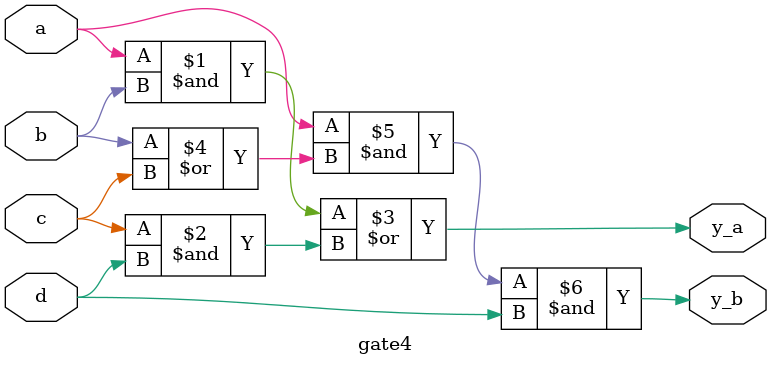
<source format=v>
module gate4(
    input a, b, c, d,
    output y_a, y_b
    );
    
    assign y_a = (a & b) | (c & d);
    assign y_b = a & (b | c) & d;
    
endmodule
</source>
